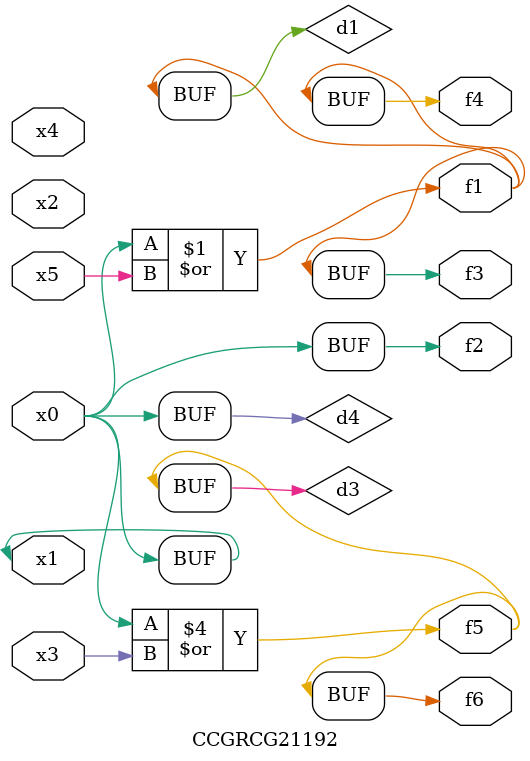
<source format=v>
module CCGRCG21192(
	input x0, x1, x2, x3, x4, x5,
	output f1, f2, f3, f4, f5, f6
);

	wire d1, d2, d3, d4;

	or (d1, x0, x5);
	xnor (d2, x1, x4);
	or (d3, x0, x3);
	buf (d4, x0, x1);
	assign f1 = d1;
	assign f2 = d4;
	assign f3 = d1;
	assign f4 = d1;
	assign f5 = d3;
	assign f6 = d3;
endmodule

</source>
